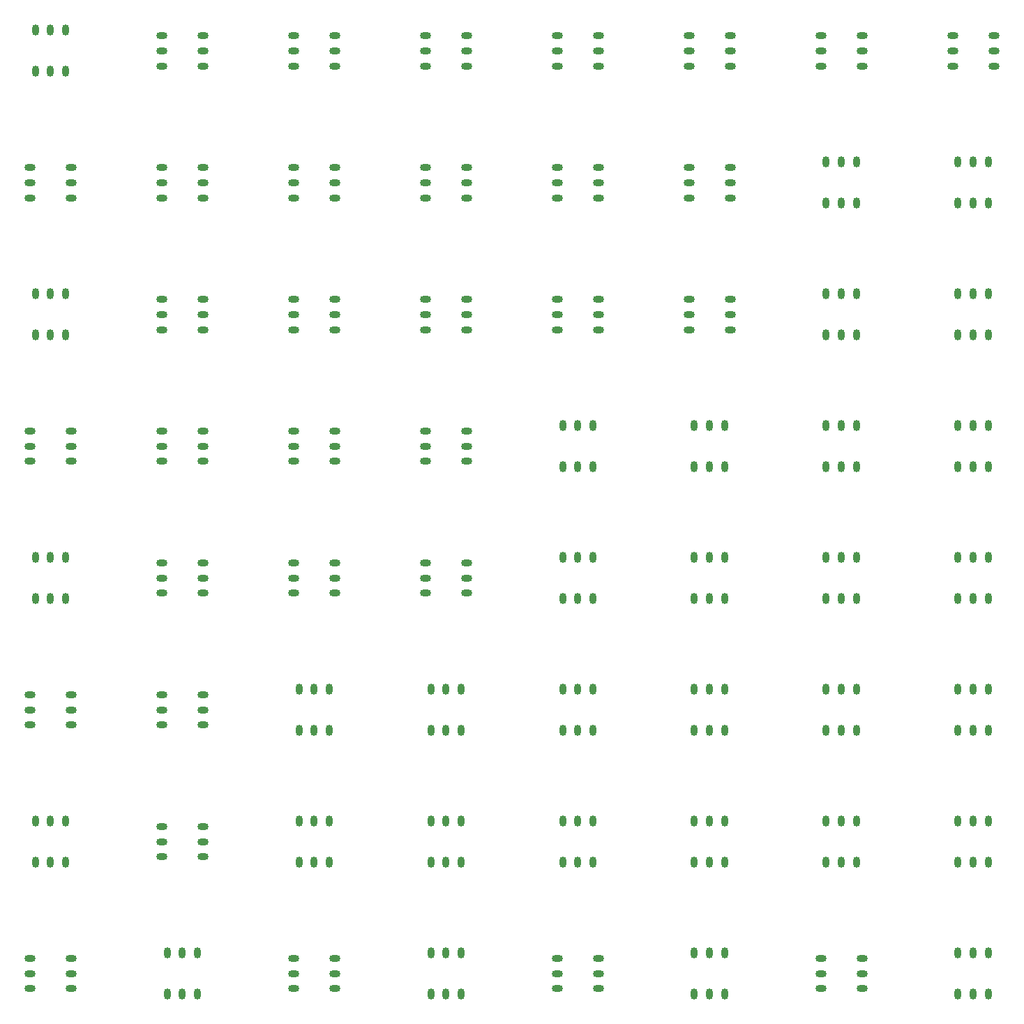
<source format=gts>
G04 DipTrace 2.4.0.2*
%IN64xAPA102Cx16mm.gts*%
%MOMM*%
%ADD26O,0.85X1.35*%
%ADD29O,1.35X0.85*%
%FSLAX53Y53*%
G04*
G71*
G90*
G75*
G01*
%LNTopMask*%
%LPD*%
D29*
X15508Y19858D3*
Y18008D3*
Y16158D3*
X20508D3*
Y18008D3*
Y19858D3*
D26*
X16158Y31508D3*
X18008D3*
X19858D3*
Y36508D3*
X18008D3*
X16158D3*
D29*
X31508Y35858D3*
Y34008D3*
Y32158D3*
X36508D3*
Y34008D3*
Y35858D3*
D26*
X35858Y20508D3*
X34008D3*
X32158D3*
Y15508D3*
X34008D3*
X35858D3*
D29*
X47508Y19858D3*
Y18008D3*
Y16158D3*
X52508D3*
Y18008D3*
Y19858D3*
D26*
X48158Y31508D3*
X50008D3*
X51858D3*
Y36508D3*
X50008D3*
X48158D3*
Y47508D3*
X50008D3*
X51858D3*
Y52508D3*
X50008D3*
X48158D3*
D29*
X36508Y48158D3*
Y50008D3*
Y51858D3*
X31508D3*
Y50008D3*
Y48158D3*
X20508D3*
Y50008D3*
Y51858D3*
X15508D3*
Y50008D3*
Y48158D3*
D26*
X16158Y63508D3*
X18008D3*
X19858D3*
Y68508D3*
X18008D3*
X16158D3*
D29*
X31508Y67858D3*
Y66008D3*
Y64158D3*
X36508D3*
Y66008D3*
Y67858D3*
X47508D3*
Y66008D3*
Y64158D3*
X52508D3*
Y66008D3*
Y67858D3*
X63508D3*
Y66008D3*
Y64158D3*
X68508D3*
Y66008D3*
Y67858D3*
D26*
X67858Y52508D3*
X66008D3*
X64158D3*
Y47508D3*
X66008D3*
X67858D3*
Y36508D3*
X66008D3*
X64158D3*
Y31508D3*
X66008D3*
X67858D3*
Y20508D3*
X66008D3*
X64158D3*
Y15508D3*
X66008D3*
X67858D3*
D29*
X79508Y19858D3*
Y18008D3*
Y16158D3*
X84508D3*
Y18008D3*
Y19858D3*
D26*
X80158Y31508D3*
X82008D3*
X83858D3*
Y36508D3*
X82008D3*
X80158D3*
Y47508D3*
X82008D3*
X83858D3*
Y52508D3*
X82008D3*
X80158D3*
Y63508D3*
X82008D3*
X83858D3*
Y68508D3*
X82008D3*
X80158D3*
Y79508D3*
X82008D3*
X83858D3*
Y84508D3*
X82008D3*
X80158D3*
D29*
X68508Y80158D3*
Y82008D3*
Y83858D3*
X63508D3*
Y82008D3*
Y80158D3*
X52508D3*
Y82008D3*
Y83858D3*
X47508D3*
Y82008D3*
Y80158D3*
X36508D3*
Y82008D3*
Y83858D3*
X31508D3*
Y82008D3*
Y80158D3*
X20508D3*
Y82008D3*
Y83858D3*
X15508D3*
Y82008D3*
Y80158D3*
D26*
X16158Y95508D3*
X18008D3*
X19858D3*
Y100508D3*
X18008D3*
X16158D3*
D29*
X31508Y99858D3*
Y98008D3*
Y96158D3*
X36508D3*
Y98008D3*
Y99858D3*
X47508D3*
Y98008D3*
Y96158D3*
X52508D3*
Y98008D3*
Y99858D3*
X63508D3*
Y98008D3*
Y96158D3*
X68508D3*
Y98008D3*
Y99858D3*
X79508D3*
Y98008D3*
Y96158D3*
X84508D3*
Y98008D3*
Y99858D3*
X95508D3*
Y98008D3*
Y96158D3*
X100508D3*
Y98008D3*
Y99858D3*
D26*
X99858Y84508D3*
X98008D3*
X96158D3*
Y79508D3*
X98008D3*
X99858D3*
Y68508D3*
X98008D3*
X96158D3*
Y63508D3*
X98008D3*
X99858D3*
Y52508D3*
X98008D3*
X96158D3*
Y47508D3*
X98008D3*
X99858D3*
Y36508D3*
X98008D3*
X96158D3*
Y31508D3*
X98008D3*
X99858D3*
Y20508D3*
X98008D3*
X96158D3*
Y15508D3*
X98008D3*
X99858D3*
D29*
X111508Y19858D3*
Y18008D3*
Y16158D3*
X116508D3*
Y18008D3*
Y19858D3*
D26*
X112158Y31508D3*
X114008D3*
X115858D3*
Y36508D3*
X114008D3*
X112158D3*
Y47508D3*
X114008D3*
X115858D3*
Y52508D3*
X114008D3*
X112158D3*
Y63508D3*
X114008D3*
X115858D3*
Y68508D3*
X114008D3*
X112158D3*
Y79508D3*
X114008D3*
X115858D3*
Y84508D3*
X114008D3*
X112158D3*
Y95508D3*
X114008D3*
X115858D3*
Y100508D3*
X114008D3*
X112158D3*
Y111508D3*
X114008D3*
X115858D3*
Y116508D3*
X114008D3*
X112158D3*
D29*
X100508Y112158D3*
Y114008D3*
Y115858D3*
X95508D3*
Y114008D3*
Y112158D3*
X84508D3*
Y114008D3*
Y115858D3*
X79508D3*
Y114008D3*
Y112158D3*
X68508D3*
Y114008D3*
Y115858D3*
X63508D3*
Y114008D3*
Y112158D3*
X52508D3*
Y114008D3*
Y115858D3*
X47508D3*
Y114008D3*
Y112158D3*
X36508D3*
Y114008D3*
Y115858D3*
X31508D3*
Y114008D3*
Y112158D3*
X20508D3*
Y114008D3*
Y115858D3*
X15508D3*
Y114008D3*
Y112158D3*
D26*
X16158Y127508D3*
X18008D3*
X19858D3*
Y132508D3*
X18008D3*
X16158D3*
D29*
X31508Y131858D3*
Y130008D3*
Y128158D3*
X36508D3*
Y130008D3*
Y131858D3*
X47508D3*
Y130008D3*
Y128158D3*
X52508D3*
Y130008D3*
Y131858D3*
X63508D3*
Y130008D3*
Y128158D3*
X68508D3*
Y130008D3*
Y131858D3*
X79508D3*
Y130008D3*
Y128158D3*
X84508D3*
Y130008D3*
Y131858D3*
X95508D3*
Y130008D3*
Y128158D3*
X100508D3*
Y130008D3*
Y131858D3*
X111508D3*
Y130008D3*
Y128158D3*
X116508D3*
Y130008D3*
Y131858D3*
X127508D3*
Y130008D3*
Y128158D3*
X132508D3*
Y130008D3*
Y131858D3*
D26*
X131858Y116508D3*
X130008D3*
X128158D3*
Y111508D3*
X130008D3*
X131858D3*
Y100508D3*
X130008D3*
X128158D3*
Y95508D3*
X130008D3*
X131858D3*
Y84508D3*
X130008D3*
X128158D3*
Y79508D3*
X130008D3*
X131858D3*
Y68508D3*
X130008D3*
X128158D3*
Y63508D3*
X130008D3*
X131858D3*
Y52508D3*
X130008D3*
X128158D3*
Y47508D3*
X130008D3*
X131858D3*
Y36508D3*
X130008D3*
X128158D3*
Y31508D3*
X130008D3*
X131858D3*
Y20508D3*
X130008D3*
X128158D3*
Y15508D3*
X130008D3*
X131858D3*
M02*

</source>
